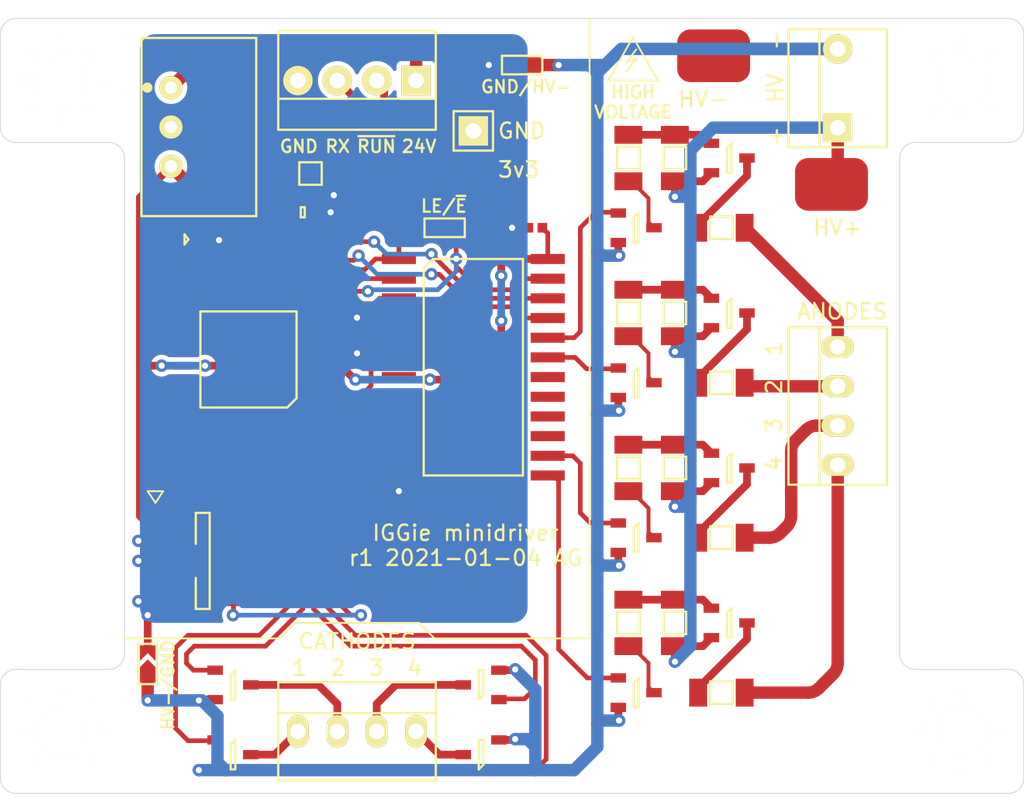
<source format=kicad_pcb>
(kicad_pcb (version 20201220) (generator pcbnew)
  (layers (0 "F.Cu" signal) (31 "B.Cu" signal) (34 "B.Paste" user) (35 "F.Paste" user) (36 "B.SilkS" user "B.Silkscreen") (37 "F.SilkS" user "F.Silkscreen") (38 "B.Mask" user) (39 "F.Mask" user) (44 "Edge.Cuts" user))
  (net 0 "")
  (net 1 "GND")
  (net 2 "24v")
  (net 3 "3v3")
  (net 4 "/nRST")
  (net 5 "no_connect_61")
  (net 6 "no_connect_60")
  (net 7 "no_connect_59")
  (net 8 "no_connect_57")
  (net 9 "no_connect_56")
  (net 10 "no_connect_55")
  (net 11 "no_connect_54")
  (net 12 "/SWCLK")
  (net 13 "/SWDIO")
  (net 14 "no_connect_53")
  (net 15 "/PSU_~RUN")
  (net 16 "/PSU_UART_TX")
  (net 17 "no_connect_52")
  (net 18 "/LE")
  (net 19 "/~E")
  (net 20 "no_connect_50")
  (net 21 "Net-(D1-Pad2)")
  (net 22 "/LED")
  (net 23 "/A3")
  (net 24 "/A2")
  (net 25 "/A1")
  (net 26 "/A0")
  (net 27 "/GK4")
  (net 28 "/GK3")
  (net 29 "/GK2")
  (net 30 "/GK1")
  (net 31 "no_connect_58")
  (net 32 "no_connect_51")
  (net 33 "no_connect_49")
  (net 34 "no_connect_69")
  (net 35 "no_connect_68")
  (net 36 "no_connect_67")
  (net 37 "no_connect_66")
  (net 38 "no_connect_65")
  (net 39 "no_connect_64")
  (net 40 "no_connect_63")
  (net 41 "no_connect_62")
  (net 42 "/GA1")
  (net 43 "/GA3")
  (net 44 "/GA2")
  (net 45 "/GA4")
  (net 46 "no_connect_73")
  (net 47 "no_connect_72")
  (net 48 "no_connect_71")
  (net 49 "no_connect_70")
  (net 50 "/HV-")
  (net 51 "no_connect_74")
  (net 52 "/HV+")
  (net 53 "Net-(J2-Pad3)")
  (net 54 "Net-(J2-Pad2)")
  (net 55 "/AN4")
  (net 56 "/AN3")
  (net 57 "/AN2")
  (net 58 "/AN1")
  (net 59 "/K4")
  (net 60 "/K3")
  (net 61 "/K2")
  (net 62 "/K1")
  (net 63 "no_connect_76")
  (net 64 "no_connect_77")
  (net 65 "Net-(Q1-Pad3)")
  (net 66 "Net-(Q2-Pad3)")
  (net 67 "Net-(Q3-Pad3)")
  (net 68 "Net-(Q3-Pad1)")
  (net 69 "Net-(Q5-Pad3)")
  (net 70 "Net-(Q5-Pad1)")
  (net 71 "Net-(Q7-Pad3)")
  (net 72 "Net-(Q8-Pad3)")
  (net 73 "Net-(Q9-Pad3)")
  (net 74 "Net-(Q9-Pad1)")
  (net 75 "Net-(Q11-Pad3)")
  (net 76 "Net-(Q11-Pad1)")
  (footprint "agg:SJ2" (layer "F.Cu") (at 120.5 113.5 180)
    (fp_text reference "J3")
    (fp_text value "SJ2")
  )
  (footprint "agg:1206" (layer "F.Cu") (at 132.5 139 90)
    (fp_text reference "R10")
    (fp_text value "1M")
  )
  (footprint "agg:1206" (layer "F.Cu") (at 135.5 139 -90)
    (fp_text reference "R12")
    (fp_text value "10k")
  )
  (footprint "agg:1206" (layer "F.Cu") (at 138.5 113.5)
    (fp_text reference "R7")
    (fp_text value "93k1")
  )
  (footprint "agg:MOLEX-KK-254P-03" (layer "F.Cu") (at 146 104.5 90)
    (fp_text reference "J1")
    (fp_text value "HV_IN")
  )
  (footprint "agg:SOT-23" (layer "F.Cu") (at 139 119)
    (fp_text reference "Q9")
    (fp_text value "PBHV9050T,215")
  )
  (footprint "agg:1206" (layer "F.Cu") (at 138.5 133.5)
    (fp_text reference "R8")
    (fp_text value "93k1")
  )
  (footprint "agg:0402" (layer "F.Cu") (at 114 119.8 90)
    (fp_text reference "C5")
    (fp_text value "100n")
  )
  (footprint "agg:SOT-23" (layer "F.Cu") (at 139 139)
    (fp_text reference "Q11")
    (fp_text value "PBHV9050T,215")
  )
  (footprint "agg:1206" (layer "F.Cu") (at 132.5 119 90)
    (fp_text reference "R9")
    (fp_text value "1M")
  )
  (footprint "agg:1206" (layer "F.Cu") (at 135.5 119 -90)
    (fp_text reference "R11")
    (fp_text value "10k")
  )
  (footprint "agg:0603-LED" (layer "F.Cu") (at 104 114.25 180)
    (fp_text reference "D1")
    (fp_text value "LED")
  )
  (footprint "agg:TSR1" (layer "F.Cu") (at 103 107 -90)
    (fp_text reference "IC1")
    (fp_text value "TSR1-2433")
  )
  (footprint "agg:0402" (layer "F.Cu") (at 114 122 90)
    (fp_text reference "C2")
    (fp_text value "100n")
  )
  (footprint "agg:M3_MOUNT" (layer "F.Cu") (at 96 146)
    (fp_text reference "X1" hide)
    (fp_text value "M3 MOUNT" hide)
  )
  (footprint "agg:SOT-23" (layer "F.Cu") (at 107 147.5)
    (fp_text reference "Q4")
    (fp_text value "DMN60H080DS-7")
  )
  (footprint "agg:KEYSTONE5016" (layer "F.Cu") (at 138 102.4)
    (fp_text reference "TP2")
    (fp_text value "TESTPAD")
  )
  (footprint "agg:0402" (layer "F.Cu") (at 126.5 113.5 180)
    (fp_text reference "C4")
    (fp_text value "100n")
  )
  (footprint "agg:SJ2" (layer "F.Cu") (at 101.5 141.5 90)
    (fp_text reference "J7")
    (fp_text value "SJ2")
  )
  (footprint "agg:M3_MOUNT" (layer "F.Cu") (at 154 104)
    (fp_text reference "X4" hide)
    (fp_text value "M3 MOUNT" hide)
  )
  (footprint "agg:MOLEX-KK-254P-04" (layer "F.Cu") (at 146 125 90)
    (fp_text reference "J4")
    (fp_text value "ANODES")
  )
  (footprint "agg:SOT-23" (layer "F.Cu") (at 133 133.5)
    (fp_text reference "Q2")
    (fp_text value "DMN60H080DS-7")
  )
  (footprint "agg:SOT-23" (layer "F.Cu") (at 133 123.5)
    (fp_text reference "Q7")
    (fp_text value "DMN60H080DS-7")
  )
  (footprint "agg:SJ2" (layer "F.Cu") (at 125.5 103 180)
    (fp_text reference "J6")
    (fp_text value "SJ2")
  )
  (footprint "agg:1206" (layer "F.Cu") (at 112 110)
    (fp_text reference "C1")
    (fp_text value "4µ7")
  )
  (footprint "agg:SOT-23" (layer "F.Cu") (at 123 143 180)
    (fp_text reference "Q6")
    (fp_text value "DMN60H080DS-7")
  )
  (footprint "agg:TESTPAD" (layer "F.Cu") (at 122.5 109.75)
    (fp_text reference "TP3" hide)
    (fp_text value "TESTPAD" hide)
  )
  (footprint "agg:SOT-23" (layer "F.Cu") (at 133 113.5)
    (fp_text reference "Q1")
    (fp_text value "DMN60H080DS-7")
  )
  (footprint "agg:LQFP-32" (layer "F.Cu") (at 108 122 180)
    (fp_text reference "IC2")
    (fp_text value "STM32G070KBT6")
  )
  (footprint "agg:1206" (layer "F.Cu") (at 135.5 109 -90)
    (fp_text reference "R5")
    (fp_text value "10k")
  )
  (footprint "agg:M3_MOUNT" (layer "F.Cu") (at 154 146)
    (fp_text reference "X3" hide)
    (fp_text value "M3 MOUNT" hide)
  )
  (footprint "agg:MOLEX-KK-254P-04" (layer "F.Cu") (at 115 104 180)
    (fp_text reference "J2")
    (fp_text value "HV_PSU")
  )
  (footprint "agg:1206" (layer "F.Cu") (at 132.5 109 90)
    (fp_text reference "R3")
    (fp_text value "1M")
  )
  (footprint "agg:0402" (layer "F.Cu") (at 116.75 110 -90)
    (fp_text reference "R1")
    (fp_text value "100")
  )
  (footprint "agg:SIL-254P-01" (layer "F.Cu") (at 122.5 107.25)
    (fp_text reference "TP4")
    (fp_text value "TESTPAD")
  )
  (footprint "agg:FTSH-105-01-L-DV-K" (layer "F.Cu") (at 105 135 -90)
    (fp_text reference "P1")
    (fp_text value "SWD")
  )
  (footprint "agg:SOT-23" (layer "F.Cu") (at 139 109)
    (fp_text reference "Q3")
    (fp_text value "PBHV9050T,215")
  )
  (footprint "agg:SOT-23" (layer "F.Cu") (at 123 147.5 180)
    (fp_text reference "Q12")
    (fp_text value "DMN60H080DS-7")
  )
  (footprint "agg:KEYSTONE5016" (layer "F.Cu") (at 145.6 110.7 180)
    (fp_text reference "TP1")
    (fp_text value "TESTPAD")
  )
  (footprint "agg:MOLEX-KK-254P-04" (layer "F.Cu") (at 115 146)
    (fp_text reference "J5")
    (fp_text value "CATHODES")
  )
  (footprint "agg:1206" (layer "F.Cu") (at 138.5 143.5)
    (fp_text reference "R14")
    (fp_text value "93k1")
  )
  (footprint "agg:0402" (layer "F.Cu") (at 104 115.9 180)
    (fp_text reference "R15")
    (fp_text value "1k")
  )
  (footprint "agg:SOT-23" (layer "F.Cu") (at 107 143)
    (fp_text reference "Q10")
    (fp_text value "DMN60H080DS-7")
  )
  (footprint "agg:1206" (layer "F.Cu") (at 135.5 129 -90)
    (fp_text reference "R6")
    (fp_text value "10k")
  )
  (footprint "agg:1206" (layer "F.Cu") (at 138.5 123.5)
    (fp_text reference "R13")
    (fp_text value "93k1")
  )
  (footprint "agg:SOT-23" (layer "F.Cu") (at 139 129)
    (fp_text reference "Q5")
    (fp_text value "PBHV9050T,215")
  )
  (footprint "agg:SOT-23" (layer "F.Cu") (at 133 143.5)
    (fp_text reference "Q8")
    (fp_text value "DMN60H080DS-7")
  )
  (footprint "agg:SOIC-24-W" (layer "F.Cu") (at 122.5 122.5)
    (fp_text reference "IC3")
    (fp_text value "74HC4514")
  )
  (footprint "agg:0603" (layer "F.Cu") (at 111.5 112.5)
    (fp_text reference "C3")
    (fp_text value "10µ")
  )
  (footprint "agg:1206" (layer "F.Cu") (at 132.5 129 90)
    (fp_text reference "R4")
    (fp_text value "1M")
  )
  (footprint "agg:0402" (layer "F.Cu") (at 115.25 110 -90)
    (fp_text reference "R2")
    (fp_text value "100")
  )
  (footprint "agg:M3_MOUNT" (layer "F.Cu") (at 96 104)
    (fp_text reference "X2" hide)
    (fp_text value "M3 MOUNT" hide)
  )
  (gr_line (start 134.4 104) (end 132.8 101.2) (layer "F.SilkS") (width 0.12))
  (gr_line (start 130 100) (end 130 140) (layer "F.SilkS") (width 0.12))
  (gr_line (start 110 140) (end 100 140) (layer "F.SilkS") (width 0.12))
  (gr_line (start 102 131.25) (end 101.5 130.5) (layer "F.SilkS") (width 0.12))
  (gr_line (start 111 139) (end 119 139) (layer "F.SilkS") (width 0.12))
  (gr_line (start 132.4 102.8) (end 133 102.6) (layer "F.SilkS") (width 0.12))
  (gr_line (start 102.5 130.5) (end 102 131.25) (layer "F.SilkS") (width 0.12))
  (gr_line (start 133 102) (end 132.4 102.8) (layer "F.SilkS") (width 0.12))
  (gr_line (start 130 140) (end 120 140) (layer "F.SilkS") (width 0.12))
  (gr_line (start 132.8 101.2) (end 131.2 104) (layer "F.SilkS") (width 0.12))
  (gr_line (start 131.2 104) (end 134.4 104) (layer "F.SilkS") (width 0.12))
  (gr_line (start 101.5 130.5) (end 102.5 130.5) (layer "F.SilkS") (width 0.12))
  (gr_line (start 110 140) (end 111 139) (layer "F.SilkS") (width 0.12))
  (gr_line (start 133 102.6) (end 132.4 103.4) (layer "F.SilkS") (width 0.12))
  (gr_line (start 119 139) (end 120 140) (layer "F.SilkS") (width 0.12))
  (gr_arc (start 99 109) (end 99 108) (angle 90) (layer "Edge.Cuts") (width 0.05))
  (gr_line (start 93 142) (end 99 142) (layer "Edge.Cuts") (width 0.05))
  (gr_arc (start 93 143) (end 92 143) (angle 90) (layer "Edge.Cuts") (width 0.05))
  (gr_line (start 92 149) (end 92 143) (layer "Edge.Cuts") (width 0.05))
  (gr_line (start 151 142) (end 157 142) (layer "Edge.Cuts") (width 0.05))
  (gr_arc (start 157 101) (end 157 100) (angle 90) (layer "Edge.Cuts") (width 0.05))
  (gr_line (start 150 141) (end 150 109) (layer "Edge.Cuts") (width 0.05))
  (gr_arc (start 151 141) (end 150 141) (angle -90) (layer "Edge.Cuts") (width 0.05))
  (gr_line (start 92 101) (end 92 107) (layer "Edge.Cuts") (width 0.05))
  (gr_arc (start 93 101) (end 92 101) (angle 90) (layer "Edge.Cuts") (width 0.05))
  (gr_arc (start 157 107) (end 158 107) (angle 90) (layer "Edge.Cuts") (width 0.05))
  (gr_line (start 158 107) (end 158 101) (layer "Edge.Cuts") (width 0.05))
  (gr_line (start 158 143) (end 158 149) (layer "Edge.Cuts") (width 0.05))
  (gr_line (start 93 150) (end 157 150) (layer "Edge.Cuts") (width 0.05))
  (gr_arc (start 93 107) (end 93 108) (angle 90) (layer "Edge.Cuts") (width 0.05))
  (gr_line (start 157 100) (end 93 100) (layer "Edge.Cuts") (width 0.05))
  (gr_arc (start 157 143) (end 157 142) (angle 90) (layer "Edge.Cuts") (width 0.05))
  (gr_arc (start 93 149) (end 93 150) (angle 90) (layer "Edge.Cuts") (width 0.05))
  (gr_arc (start 151 109) (end 151 108) (angle -90) (layer "Edge.Cuts") (width 0.05))
  (gr_arc (start 157 149) (end 158 149) (angle 90) (layer "Edge.Cuts") (width 0.05))
  (gr_line (start 93 108) (end 99 108) (layer "Edge.Cuts") (width 0.05))
  (gr_arc (start 99 141) (end 99 142) (angle -90) (layer "Edge.Cuts") (width 0.05))
  (gr_line (start 151 108) (end 157 108) (layer "Edge.Cuts") (width 0.05))
  (gr_line (start 100 109) (end 100 141) (layer "Edge.Cuts") (width 0.05))
  (gr_text "~RUN" (at 116.25 108.25) (layer "F.SilkS") (effects (font (size 0.8 0.8))))
  (gr_text "1  2  3  4" (at 115 141.9) (layer "F.SilkS") (effects (font (size 1 1))))
  (gr_text "4  3  2  1" (at 141.9 125 90) (layer "F.SilkS") (effects (font (size 1 1))))
  (gr_text "GND/HV-" (at 125.9 104.4) (layer "F.SilkS") (effects (font (size 0.8 0.8))))
  (gr_text "ANODES" (at 146.3 118.9) (layer "F.SilkS") (effects (font (size 1 1))))
  (gr_text "CATHODES" (at 115 140.2) (layer "F.SilkS") (effects (font (size 1 1))))
  (gr_text "HV+" (at 146 113.5) (layer "F.SilkS") (effects (font (size 1 1))))
  (gr_text "HV-/GND" (at 102.8 143 90) (layer "F.SilkS") (effects (font (size 0.8 0.8))))
  (gr_text "IGGie minidriver\nr1 2021-01-04 AG" (at 122 134) (layer "F.SilkS") (effects (font (size 1 1))))
  (gr_text "RX" (at 113.75 108.25) (layer "F.SilkS") (effects (font (size 0.8 0.8))))
  (gr_text "3v3" (at 124 109.75) (layer "F.SilkS") (effects (font (size 1 1)) (justify left)))
  (gr_text "HV-" (at 137.3 105.2) (layer "F.SilkS") (effects (font (size 1 1))))
  (gr_text "HIGH\nVOLTAGE" (at 132.8 105.4) (layer "F.SilkS") (effects (font (size 0.8 0.8))))
  (gr_text "GND" (at 124 107.25) (layer "F.SilkS") (effects (font (size 1 1)) (justify left)))
  (gr_text "24V" (at 119 108.25) (layer "F.SilkS") (effects (font (size 0.8 0.8))))
  (gr_text "+  HV  -" (at 142 104.5 90) (layer "F.SilkS") (effects (font (size 1 1))))
  (gr_text "GND" (at 111.25 108.25) (layer "F.SilkS") (effects (font (size 0.8 0.8))))
  (gr_text "LE/~E" (at 120.6 112.1) (layer "F.SilkS") (effects (font (size 0.8 0.8))))
  (segment (start 102.905 137.6) (end 100.9 137.6) (width 0.3) (layer "F.Cu") (net 1))
  (segment (start 114.95 119.35) (end 115 119.3) (width 0.3) (layer "F.Cu") (net 1))
  (segment (start 117.7 129.485) (end 117.7 130.5) (width 0.3) (layer "F.Cu") (net 1))
  (segment (start 100.93 133.73) (end 100.9 133.7) (width 0.3) (layer "F.Cu") (net 1))
  (segment (start 102.965 135) (end 100.9 135) (width 0.3) (layer "F.Cu") (net 1))
  (segment (start 113.5 110) (end 113.5 111.4) (width 0.8) (layer "F.Cu") (net 1))
  (segment (start 112.2 121.6) (end 113.95 121.6) (width 0.5) (layer "F.Cu") (net 1))
  (segment (start 104.8 114.25) (end 106.05 114.25) (width 0.3) (layer "F.Cu") (net 1))
  (segment (start 102.965 137.54) (end 102.905 137.6) (width 0.3) (layer "F.Cu") (net 1))
  (segment (start 101.5 140.65) (end 101.5 138.5) (width 0.5) (layer "F.Cu") (net 1))
  (segment (start 124.65 103) (end 123.5 103) (width 0.5) (layer "F.Cu") (net 1))
  (segment (start 112.3 112.5) (end 113.3 112.5) (width 0.8) (layer "F.Cu") (net 1))
  (segment (start 106.05 114.25) (end 106.1 114.3) (width 0.3) (layer "F.Cu") (net 1))
  (segment (start 113.95 121.6) (end 114 121.55) (width 0.3) (layer "F.Cu") (net 1))
  (segment (start 102.965 133.73) (end 100.93 133.73) (width 0.3) (layer "F.Cu") (net 1))
  (segment (start 114.95 121.55) (end 115 121.6) (width 0.3) (layer "F.Cu") (net 1))
  (segment (start 114 121.55) (end 114.95 121.55) (width 0.5) (layer "F.Cu") (net 1))
  (segment (start 114 119.35) (end 114.95 119.35) (width 0.5) (layer "F.Cu") (net 1))
  (segment (start 126.05 113.5) (end 125 113.5) (width 0.3) (layer "F.Cu") (net 1))
  (via (at 113.3 112.5) (size 0.8) (drill 0.4) (layers "F.Cu" "B.Cu") (net 1))
  (via (at 100.9 135) (size 0.8) (drill 0.4) (layers "F.Cu" "B.Cu") (net 1))
  (via (at 106.1 114.3) (size 0.8) (drill 0.4) (layers "F.Cu" "B.Cu") (net 1))
  (via (at 100.9 133.7) (size 0.8) (drill 0.4) (layers "F.Cu" "B.Cu") (net 1))
  (via (at 113.5 111.4) (size 0.8) (drill 0.4) (layers "F.Cu" "B.Cu") (net 1))
  (via (at 115 119.3) (size 0.8) (drill 0.4) (layers "F.Cu" "B.Cu") (net 1))
  (via (at 123.5 103) (size 0.8) (drill 0.4) (layers "F.Cu" "B.Cu") (net 1))
  (via (at 125 113.5) (size 0.8) (drill 0.4) (layers "F.Cu" "B.Cu") (net 1))
  (via (at 100.9 137.6) (size 0.8) (drill 0.4) (layers "F.Cu" "B.Cu") (net 1))
  (via (at 117.7 130.5) (size 0.8) (drill 0.4) (layers "F.Cu" "B.Cu") (net 1))
  (via (at 101.5 138.5) (size 0.8) (drill 0.4) (layers "F.Cu" "B.Cu") (net 1))
  (via (at 115 121.6) (size 0.8) (drill 0.4) (layers "F.Cu" "B.Cu") (net 1))
  (segment (start 108.75 102) (end 109.05 101.7) (width 0.8) (layer "F.Cu") (net 2))
  (segment (start 109.05 101.7) (end 105.76 101.7) (width 0.8) (layer "F.Cu") (net 2))
  (segment (start 118.81 102.31) (end 118.2 101.7) (width 0.8) (layer "F.Cu") (net 2))
  (segment (start 108.75 105.75) (end 108.75 102) (width 0.8) (layer "F.Cu") (net 2))
  (segment (start 105.76 101.7) (end 103 104.46) (width 0.8) (layer "F.Cu") (net 2))
  (segment (start 118.81 104) (end 118.81 102.31) (width 0.8) (layer "F.Cu") (net 2))
  (segment (start 118.2 101.7) (end 109.05 101.7) (width 0.8) (layer "F.Cu") (net 2))
  (segment (start 110.5 110) (end 110.5 107.5) (width 0.8) (layer "F.Cu") (net 2))
  (segment (start 110.5 107.5) (end 108.75 105.75) (width 0.8) (layer "F.Cu") (net 2))
  (segment (start 114 122.45) (end 114.85 123.3) (width 0.5) (layer "F.Cu") (net 3))
  (segment (start 122.2 123.3) (end 124.3 121.2) (width 0.5) (layer "F.Cu") (net 3))
  (segment (start 114.85 123.3) (end 114.9 123.3) (width 0.5) (layer "F.Cu") (net 3))
  (segment (start 119.7 123.3) (end 122.2 123.3) (width 0.5) (layer "F.Cu") (net 3))
  (segment (start 123.75 115.35) (end 124.3 115.9) (width 0.3) (layer "F.Cu") (net 3))
  (segment (start 123.75 111) (end 123.75 115.35) (width 0.3) (layer "F.Cu") (net 3))
  (segment (start 124.3 115.9) (end 124.3 116.6) (width 0.5) (layer "F.Cu") (net 3))
  (segment (start 112.2 122.4) (end 105.2 122.4) (width 0.5) (layer "F.Cu") (net 3))
  (segment (start 102.4 122.4) (end 101.1 122.4) (width 0.5) (layer "F.Cu") (net 3))
  (segment (start 102.965 132.46) (end 101.36 132.46) (width 0.5) (layer "F.Cu") (net 3))
  (segment (start 124.3 121.2) (end 124.3 119.5) (width 0.5) (layer "F.Cu") (net 3))
  (segment (start 122.5 109.75) (end 123.75 111) (width 0.3) (layer "F.Cu") (net 3))
  (segment (start 113.95 122.4) (end 114 122.45) (width 0.3) (layer "F.Cu") (net 3))
  (segment (start 127.3 113.85) (end 127.3 115.515) (width 0.3) (layer "F.Cu") (net 3))
  (segment (start 124.685 115.515) (end 124.3 115.9) (width 0.5) (layer "F.Cu") (net 3))
  (segment (start 101 122.3) (end 101 111.54) (width 0.5) (layer "F.Cu") (net 3))
  (segment (start 101 111.54) (end 103 109.54) (width 0.5) (layer "F.Cu") (net 3))
  (segment (start 101.1 122.4) (end 101 122.3) (width 0.3) (layer "F.Cu") (net 3))
  (segment (start 127.3 115.515) (end 124.685 115.515) (width 0.5) (layer "F.Cu") (net 3))
  (segment (start 105.96 112.5) (end 103 109.54) (width 0.8) (layer "F.Cu") (net 3))
  (segment (start 126.95 113.5) (end 127.3 113.85) (width 0.3) (layer "F.Cu") (net 3))
  (segment (start 110.7 112.5) (end 105.96 112.5) (width 0.8) (layer "F.Cu") (net 3))
  (segment (start 101 132.1) (end 101 122.3) (width 0.5) (layer "F.Cu") (net 3))
  (segment (start 101.36 132.46) (end 101 132.1) (width 0.5) (layer "F.Cu") (net 3))
  (segment (start 112.2 122.4) (end 113.95 122.4) (width 0.5) (layer "F.Cu") (net 3))
  (via (at 102.4 122.4) (size 0.8) (drill 0.4) (layers "F.Cu" "B.Cu") (net 3))
  (via (at 124.3 119.5) (size 0.8) (drill 0.4) (layers "F.Cu" "B.Cu") (net 3))
  (via (at 124.3 116.6) (size 0.8) (drill 0.4) (layers "F.Cu" "B.Cu") (net 3))
  (via (at 119.7 123.3) (size 0.8) (drill 0.4) (layers "F.Cu" "B.Cu") (net 3))
  (via (at 114.9 123.3) (size 0.8) (drill 0.4) (layers "F.Cu" "B.Cu") (net 3))
  (via (at 105.2 122.4) (size 0.8) (drill 0.4) (layers "F.Cu" "B.Cu") (net 3))
  (segment (start 114.9 123.3) (end 119.7 123.3) (width 0.5) (layer "B.Cu") (net 3))
  (segment (start 124.3 119.5) (end 124.3 116.6) (width 0.5) (layer "B.Cu") (net 3))
  (segment (start 105.2 122.4) (end 102.4 122.4) (width 0.5) (layer "B.Cu") (net 3))
  (segment (start 113.6 137.5) (end 113.6 126) (width 0.3) (layer "F.Cu") (net 4))
  (segment (start 115.9 123.7) (end 115.9 120.9) (width 0.3) (layer "F.Cu") (net 4))
  (segment (start 115.9 120.9) (end 115.25 120.25) (width 0.3) (layer "F.Cu") (net 4))
  (segment (start 113.45 120.8) (end 114 120.25) (width 0.3) (layer "F.Cu") (net 4))
  (segment (start 107.035 137.54) (end 107.035 138.465) (width 0.3) (layer "F.Cu") (net 4))
  (segment (start 113.6 126) (end 115.9 123.7) (width 0.3) (layer "F.Cu") (net 4))
  (segment (start 115.25 138.5) (end 114.6 138.5) (width 0.3) (layer "F.Cu") (net 4))
  (segment (start 107.035 138.465) (end 107 138.5) (width 0.3) (layer "F.Cu") (net 4))
  (segment (start 115.25 120.25) (end 114 120.25) (width 0.3) (layer "F.Cu") (net 4))
  (segment (start 114.6 138.5) (end 113.6 137.5) (width 0.3) (layer "F.Cu") (net 4))
  (segment (start 112.2 120.8) (end 113.45 120.8) (width 0.3) (layer "F.Cu") (net 4))
  (via (at 115.25 138.5) (size 0.8) (drill 0.4) (layers "F.Cu" "B.Cu") (net 4))
  (via (at 107 138.5) (size 0.8) (drill 0.4) (layers "F.Cu" "B.Cu") (net 4))
  (segment (start 107 138.5) (end 115.25 138.5) (width 0.3) (layer "B.Cu") (net 4))
  (segment (start 105.2 129) (end 106.8 130.6) (width 0.3) (layer "F.Cu") (net 12))
  (segment (start 109.1 130.6) (end 109.7 131.2) (width 0.3) (layer "F.Cu") (net 12))
  (segment (start 109.7 131.2) (end 109.7 133) (width 0.3) (layer "F.Cu") (net 12))
  (segment (start 109.7 133) (end 108.97 133.73) (width 0.3) (layer "F.Cu") (net 12))
  (segment (start 106.8 130.6) (end 109.1 130.6) (width 0.3) (layer "F.Cu") (net 12))
  (segment (start 108.97 133.73) (end 107.035 133.73) (width 0.3) (layer "F.Cu") (net 12))
  (segment (start 105.2 126.2) (end 105.2 129) (width 0.3) (layer "F.Cu") (net 12))
  (segment (start 109 131.5) (end 108.8 131.3) (width 0.3) (layer "F.Cu") (net 13))
  (segment (start 109 132.2) (end 109 131.5) (width 0.3) (layer "F.Cu") (net 13))
  (segment (start 108.74 132.46) (end 109 132.2) (width 0.3) (layer "F.Cu") (net 13))
  (segment (start 106.5 131.3) (end 103.8 128.6) (width 0.3) (layer "F.Cu") (net 13))
  (segment (start 103.8 128.6) (end 103.8 124.8) (width 0.3) (layer "F.Cu") (net 13))
  (segment (start 107.035 132.46) (end 108.74 132.46) (width 0.3) (layer "F.Cu") (net 13))
  (segment (start 108.8 131.3) (end 106.5 131.3) (width 0.3) (layer "F.Cu") (net 13))
  (segment (start 109.4 114.3) (end 113.9 114.3) (width 0.3) (layer "F.Cu") (net 15))
  (segment (start 113.9 114.3) (end 116.75 111.45) (width 0.3) (layer "F.Cu") (net 15))
  (segment (start 106.8 116.9) (end 109.4 114.3) (width 0.3) (layer "F.Cu") (net 15))
  (segment (start 106.8 117.8) (end 106.8 116.9) (width 0.3) (layer "F.Cu") (net 15))
  (segment (start 116.75 111.45) (end 116.75 110.45) (width 0.3) (layer "F.Cu") (net 15))
  (segment (start 113.7 113.7) (end 115.25 112.15) (width 0.3) (layer "F.Cu") (net 16))
  (segment (start 115.25 112.15) (end 115.25 110.45) (width 0.3) (layer "F.Cu") (net 16))
  (segment (start 106 116.9) (end 109.2 113.7) (width 0.3) (layer "F.Cu") (net 16))
  (segment (start 109.2 113.7) (end 113.7 113.7) (width 0.3) (layer "F.Cu") (net 16))
  (segment (start 106 117.8) (end 106 116.9) (width 0.3) (layer "F.Cu") (net 16))
  (segment (start 117.7 113.9) (end 117.7 115.515) (width 0.3) (layer "F.Cu") (net 18))
  (segment (start 118.1 113.5) (end 117.7 113.9) (width 0.3) (layer "F.Cu") (net 18))
  (segment (start 115.5 116.2) (end 116.185 115.515) (width 0.3) (layer "F.Cu") (net 18))
  (segment (start 110.5 116.2) (end 115.5 116.2) (width 0.3) (layer "F.Cu") (net 18))
  (segment (start 110 117.8) (end 110 116.7) (width 0.3) (layer "F.Cu") (net 18))
  (segment (start 110 116.7) (end 110.5 116.2) (width 0.3) (layer "F.Cu") (net 18))
  (segment (start 119.65 113.5) (end 118.1 113.5) (width 0.3) (layer "F.Cu") (net 18))
  (segment (start 116.185 115.515) (end 117.7 115.515) (width 0.3) (layer "F.Cu") (net 18))
  (segment (start 125.815 116.785) (end 127.3 116.785) (width 0.3) (layer "F.Cu") (net 19))
  (segment (start 112.4 117.6) (end 110 120) (width 0.3) (layer "F.Cu") (net 19))
  (segment (start 115.7 117.6) (end 112.4 117.6) (width 0.3) (layer "F.Cu") (net 19))
  (segment (start 125.1 117.5) (end 125.815 116.785) (width 0.3) (layer "F.Cu") (net 19))
  (segment (start 110 120) (end 103.8 120) (width 0.3) (layer "F.Cu") (net 19))
  (segment (start 121.35 113.5) (end 121.4 113.55) (width 0.3) (layer "F.Cu") (net 19))
  (segment (start 121.4 116) (end 122.9 117.5) (width 0.3) (layer "F.Cu") (net 19))
  (segment (start 122.9 117.5) (end 125.1 117.5) (width 0.3) (layer "F.Cu") (net 19))
  (segment (start 121.4 113.55) (end 121.4 115.5) (width 0.3) (layer "F.Cu") (net 19))
  (segment (start 121.4 115.5) (end 121.4 116) (width 0.3) (layer "F.Cu") (net 19))
  (via (at 115.7 117.6) (size 0.8) (drill 0.4) (layers "F.Cu" "B.Cu") (net 19))
  (via (at 121.4 115.5) (size 0.8) (drill 0.4) (layers "F.Cu" "B.Cu") (net 19))
  (segment (start 120.2 117.5) (end 118.9 117.5) (width 0.3) (layer "B.Cu") (net 19))
  (segment (start 115.8 117.5) (end 115.7 117.6) (width 0.3) (layer "B.Cu") (net 19))
  (segment (start 120.4 117.3) (end 120.2 117.5) (width 0.3) (layer "B.Cu") (net 19))
  (segment (start 121.4 115.5) (end 121.4 116.3) (width 0.3) (layer "B.Cu") (net 19))
  (segment (start 118.9 117.5) (end 115.8 117.5) (width 0.3) (layer "B.Cu") (net 19))
  (segment (start 121.4 116.3) (end 120.4 117.3) (width 0.3) (layer "B.Cu") (net 19))
  (segment (start 103.2 114.25) (end 103.2 115.55) (width 0.3) (layer "F.Cu") (net 21))
  (segment (start 103.2 115.55) (end 103.55 115.9) (width 0.3) (layer "F.Cu") (net 21))
  (segment (start 104.65 115.9) (end 104.45 115.9) (width 0.3) (layer "F.Cu") (net 22))
  (segment (start 105.2 117.8) (end 105.2 116.45) (width 0.3) (layer "F.Cu") (net 22))
  (segment (start 105.2 116.45) (end 104.65 115.9) (width 0.3) (layer "F.Cu") (net 22))
  (segment (start 109.7 114.9) (end 114.2 114.9) (width 0.3) (layer "F.Cu") (net 23))
  (segment (start 127.3 118.055) (end 122.655 118.055) (width 0.3) (layer "F.Cu") (net 23))
  (segment (start 108.4 116.2) (end 109.7 114.9) (width 0.3) (layer "F.Cu") (net 23))
  (segment (start 108.4 117.8) (end 108.4 116.2) (width 0.3) (layer "F.Cu") (net 23))
  (segment (start 114.2 114.9) (end 114.7 114.4) (width 0.3) (layer "F.Cu") (net 23))
  (segment (start 122.655 118.055) (end 119.8 115.2) (width 0.3) (layer "F.Cu") (net 23))
  (segment (start 114.7 114.4) (end 116.1 114.4) (width 0.3) (layer "F.Cu") (net 23))
  (via (at 119.8 115.2) (size 0.8) (drill 0.4) (layers "F.Cu" "B.Cu") (net 23))
  (via (at 116.1 114.4) (size 0.8) (drill 0.4) (layers "F.Cu" "B.Cu") (net 23))
  (segment (start 116.9 115.2) (end 116.1 114.4) (width 0.3) (layer "B.Cu") (net 23))
  (segment (start 119.8 115.2) (end 116.9 115.2) (width 0.3) (layer "B.Cu") (net 23))
  (segment (start 109.2 116.4) (end 110 115.6) (width 0.3) (layer "F.Cu") (net 24))
  (segment (start 114.8 115.6) (end 115.1 115.3) (width 0.3) (layer "F.Cu") (net 24))
  (segment (start 110 115.6) (end 114.8 115.6) (width 0.3) (layer "F.Cu") (net 24))
  (segment (start 125.2 118.6) (end 125.925 119.325) (width 0.3) (layer "F.Cu") (net 24))
  (segment (start 120.3 116.5) (end 122.4 118.6) (width 0.3) (layer "F.Cu") (net 24))
  (segment (start 119.8 116.5) (end 120.3 116.5) (width 0.3) (layer "F.Cu") (net 24))
  (segment (start 122.4 118.6) (end 125.2 118.6) (width 0.3) (layer "F.Cu") (net 24))
  (segment (start 109.2 117.8) (end 109.2 116.4) (width 0.3) (layer "F.Cu") (net 24))
  (segment (start 125.925 119.325) (end 127.3 119.325) (width 0.3) (layer "F.Cu") (net 24))
  (via (at 115.1 115.3) (size 0.8) (drill 0.4) (layers "F.Cu" "B.Cu") (net 24))
  (via (at 119.8 116.5) (size 0.8) (drill 0.4) (layers "F.Cu" "B.Cu") (net 24))
  (segment (start 119.8 116.5) (end 116.3 116.5) (width 0.3) (layer "B.Cu") (net 24))
  (segment (start 116.3 116.5) (end 115.1 115.3) (width 0.3) (layer "B.Cu") (net 24))
  (segment (start 112.2 119.2) (end 112.7 119.2) (width 0.3) (layer "F.Cu") (net 25))
  (segment (start 112.7 119.2) (end 113.5 118.4) (width 0.3) (layer "F.Cu") (net 25))
  (segment (start 113.5 118.4) (end 116.1 118.4) (width 0.3) (layer "F.Cu") (net 25))
  (segment (start 116.1 118.4) (end 116.445 118.055) (width 0.3) (layer "F.Cu") (net 25))
  (segment (start 116.445 118.055) (end 117.7 118.055) (width 0.3) (layer "F.Cu") (net 25))
  (segment (start 117.7 116.785) (end 111.015 116.785) (width 0.3) (layer "F.Cu") (net 26))
  (segment (start 111.015 116.785) (end 110.8 117) (width 0.3) (layer "F.Cu") (net 26))
  (segment (start 110.8 117) (end 110.8 117.8) (width 0.3) (layer "F.Cu") (net 26))
  (segment (start 114.9 139.8) (end 125.9 139.8) (width 0.3) (layer "F.Cu") (net 27))
  (segment (start 127.2 147.8) (end 126.55 148.45) (width 0.3) (layer "F.Cu") (net 27))
  (segment (start 110.8 127.4) (end 112.9 129.5) (width 0.3) (layer "F.Cu") (net 27))
  (segment (start 126.55 148.45) (end 124.15 148.45) (width 0.3) (layer "F.Cu") (net 27))
  (segment (start 110.8 126.2) (end 110.8 127.4) (width 0.3) (layer "F.Cu") (net 27))
  (segment (start 112.9 129.5) (end 112.9 137.8) (width 0.3) (layer "F.Cu") (net 27))
  (segment (start 112.9 137.8) (end 114.9 139.8) (width 0.3) (layer "F.Cu") (net 27))
  (segment (start 125.9 139.8) (end 127.2 141.1) (width 0.3) (layer "F.Cu") (net 27))
  (segment (start 127.2 141.1) (end 127.2 147.8) (width 0.3) (layer "F.Cu") (net 27))
  (segment (start 124.2 143.9) (end 124.15 143.95) (width 0.3) (layer "F.Cu") (net 28))
  (segment (start 114.6 140.5) (end 125.6 140.5) (width 0.3) (layer "F.Cu") (net 28))
  (segment (start 110 127.7) (end 112.2 129.9) (width 0.3) (layer "F.Cu") (net 28))
  (segment (start 112.2 129.9) (end 112.2 138.1) (width 0.3) (layer "F.Cu") (net 28))
  (segment (start 125.8 143.9) (end 124.2 143.9) (width 0.3) (layer "F.Cu") (net 28))
  (segment (start 126.5 143.2) (end 125.8 143.9) (width 0.3) (layer "F.Cu") (net 28))
  (segment (start 126.5 141.4) (end 126.5 143.2) (width 0.3) (layer "F.Cu") (net 28))
  (segment (start 125.6 140.5) (end 126.5 141.4) (width 0.3) (layer "F.Cu") (net 28))
  (segment (start 110 126.2) (end 110 127.7) (width 0.3) (layer "F.Cu") (net 28))
  (segment (start 112.2 138.1) (end 114.6 140.5) (width 0.3) (layer "F.Cu") (net 28))
  (segment (start 109.2 126.2) (end 109.2 128) (width 0.3) (layer "F.Cu") (net 29))
  (segment (start 109.2 128) (end 111.5 130.3) (width 0.3) (layer "F.Cu") (net 29))
  (segment (start 104 141.6) (end 104.45 142.05) (width 0.3) (layer "F.Cu") (net 29))
  (segment (start 104.45 142.05) (end 105.85 142.05) (width 0.3) (layer "F.Cu") (net 29))
  (segment (start 104.5 140.5) (end 104 141) (width 0.3) (layer "F.Cu") (net 29))
  (segment (start 111.5 138.1) (end 109.1 140.5) (width 0.3) (layer "F.Cu") (net 29))
  (segment (start 109.1 140.5) (end 104.5 140.5) (width 0.3) (layer "F.Cu") (net 29))
  (segment (start 104 141) (end 104 141.6) (width 0.3) (layer "F.Cu") (net 29))
  (segment (start 111.5 130.3) (end 111.5 138.1) (width 0.3) (layer "F.Cu") (net 29))
  (segment (start 108.4 128.2) (end 110.8 130.6) (width 0.3) (layer "F.Cu") (net 30))
  (segment (start 110.8 130.6) (end 110.8 137.7) (width 0.3) (layer "F.Cu") (net 30))
  (segment (start 103.3 140.6) (end 103.3 145.8) (width 0.3) (layer "F.Cu") (net 30))
  (segment (start 104.1 146.6) (end 105.8 146.6) (width 0.3) (layer "F.Cu") (net 30))
  (segment (start 103.3 145.8) (end 104.1 146.6) (width 0.3) (layer "F.Cu") (net 30))
  (segment (start 104.1 139.8) (end 103.3 140.6) (width 0.3) (layer "F.Cu") (net 30))
  (segment (start 108.7 139.8) (end 104.1 139.8) (width 0.3) (layer "F.Cu") (net 30))
  (segment (start 105.8 146.6) (end 105.85 146.55) (width 0.3) (layer "F.Cu") (net 30))
  (segment (start 108.4 126.2) (end 108.4 128.2) (width 0.3) (layer "F.Cu") (net 30))
  (segment (start 110.8 137.7) (end 108.7 139.8) (width 0.3) (layer "F.Cu") (net 30))
  (segment (start 129.4 113.5) (end 130.4 112.5) (width 0.3) (layer "F.Cu") (net 42))
  (segment (start 127.3 120.595) (end 129.005 120.595) (width 0.3) (layer "F.Cu") (net 42))
  (segment (start 129.005 120.595) (end 129.4 120.2) (width 0.3) (layer "F.Cu") (net 42))
  (segment (start 131.8 112.5) (end 131.85 112.55) (width 0.3) (layer "F.Cu") (net 42))
  (segment (start 129.4 120.2) (end 129.4 113.5) (width 0.3) (layer "F.Cu") (net 42))
  (segment (start 130.4 112.5) (end 131.8 112.5) (width 0.3) (layer "F.Cu") (net 42))
  (segment (start 129.4 128.7) (end 129.4 131.9) (width 0.3) (layer "F.Cu") (net 43))
  (segment (start 128.915 128.215) (end 129.4 128.7) (width 0.3) (layer "F.Cu") (net 43))
  (segment (start 130.05 132.55) (end 131.85 132.55) (width 0.3) (layer "F.Cu") (net 43))
  (segment (start 129.4 131.9) (end 130.05 132.55) (width 0.3) (layer "F.Cu") (net 43))
  (segment (start 127.3 128.215) (end 128.915 128.215) (width 0.3) (layer "F.Cu") (net 43))
  (segment (start 131.8 122.6) (end 131.85 122.55) (width 0.3) (layer "F.Cu") (net 44))
  (segment (start 129.065 121.865) (end 129.8 122.6) (width 0.3) (layer "F.Cu") (net 44))
  (segment (start 127.3 121.865) (end 129.065 121.865) (width 0.3) (layer "F.Cu") (net 44))
  (segment (start 129.8 122.6) (end 131.8 122.6) (width 0.3) (layer "F.Cu") (net 44))
  (segment (start 128 129.8) (end 127.685 129.485) (width 0.3) (layer "F.Cu") (net 45))
  (segment (start 129.85 142.55) (end 128 140.7) (width 0.3) (layer "F.Cu") (net 45))
  (segment (start 127.685 129.485) (end 127.3 129.485) (width 0.3) (layer "F.Cu") (net 45))
  (segment (start 131.85 142.55) (end 129.85 142.55) (width 0.3) (layer "F.Cu") (net 45))
  (segment (start 128 140.7) (end 128 129.8) (width 0.3) (layer "F.Cu") (net 45))
  (segment (start 125.15 146.55) (end 125.2 146.5) (width 0.5) (layer "F.Cu") (net 50))
  (segment (start 125.15 142.05) (end 125.2 142) (width 0.5) (layer "F.Cu") (net 50))
  (segment (start 105.85 148.45) (end 104.85 148.45) (width 0.5) (layer "F.Cu") (net 50))
  (segment (start 131.85 135.25) (end 131.9 135.3) (width 0.5) (layer "F.Cu") (net 50))
  (segment (start 131.85 115.25) (end 131.9 115.3) (width 0.5) (layer "F.Cu") (net 50))
  (segment (start 138.44 101.96) (end 146 101.96) (width 0.8) (layer "F.Cu") (net 50))
  (segment (start 138 102.4) (end 138.44 101.96) (width 0.8) (layer "F.Cu") (net 50))
  (segment (start 131.85 134.45) (end 131.85 135.25) (width 0.5) (layer "F.Cu") (net 50))
  (segment (start 131.85 124.45) (end 131.85 125.25) (width 0.5) (layer "F.Cu") (net 50))
  (segment (start 126.35 103) (end 128 103) (width 0.8) (layer "F.Cu") (net 50))
  (segment (start 131.85 144.45) (end 131.85 145.25) (width 0.5) (layer "F.Cu") (net 50))
  (segment (start 104.85 143.95) (end 104.8 144) (width 0.5) (layer "F.Cu") (net 50))
  (segment (start 124.15 142.05) (end 125.15 142.05) (width 0.5) (layer "F.Cu") (net 50))
  (segment (start 131.85 114.45) (end 131.85 115.25) (width 0.5) (layer "F.Cu") (net 50))
  (segment (start 131.85 125.25) (end 131.9 125.3) (width 0.5) (layer "F.Cu") (net 50))
  (segment (start 104.85 148.45) (end 104.8 148.5) (width 0.5) (layer "F.Cu") (net 50))
  (segment (start 131.85 145.25) (end 131.9 145.3) (width 0.5) (layer "F.Cu") (net 50))
  (segment (start 101.5 144) (end 101.5 142.35) (width 0.8) (layer "F.Cu") (net 50))
  (segment (start 124.15 146.55) (end 125.15 146.55) (width 0.5) (layer "F.Cu") (net 50))
  (segment (start 105.85 143.95) (end 104.85 143.95) (width 0.5) (layer "F.Cu") (net 50))
  (via (at 131.9 135.3) (size 0.8) (drill 0.4) (layers "F.Cu" "B.Cu") (net 50))
  (via (at 104.8 144) (size 0.8) (drill 0.4) (layers "F.Cu" "B.Cu") (net 50))
  (via (at 131.9 115.3) (size 0.8) (drill 0.4) (layers "F.Cu" "B.Cu") (net 50))
  (via (at 101.5 144) (size 0.8) (drill 0.4) (layers "F.Cu" "B.Cu") (net 50))
  (via (at 128 103) (size 0.8) (drill 0.4) (layers "F.Cu" "B.Cu") (net 50))
  (via (at 131.9 145.3) (size 0.8) (drill 0.4) (layers "F.Cu" "B.Cu") (net 50))
  (via (at 125.2 146.5) (size 0.8) (drill 0.4) (layers "F.Cu" "B.Cu") (net 50))
  (via (at 104.8 148.5) (size 0.8) (drill 0.4) (layers "F.Cu" "B.Cu") (net 50))
  (via (at 125.2 142) (size 0.8) (drill 0.4) (layers "F.Cu" "B.Cu") (net 50))
  (via (at 131.9 125.3) (size 0.8) (drill 0.4) (layers "F.Cu" "B.Cu") (net 50))
  (segment (start 104.8 148.5) (end 106.5 148.5) (width 0.8) (layer "B.Cu") (net 50))
  (segment (start 131 103) (end 130.5 103.5) (width 0.8) (layer "B.Cu") (net 50))
  (segment (start 130.5 103.5) (end 130.5 115) (width 0.8) (layer "B.Cu") (net 50))
  (segment (start 129 148.5) (end 126.5 148.5) (width 0.8) (layer "B.Cu") (net 50))
  (segment (start 129.5 103) (end 131 103) (width 0.8) (layer "B.Cu") (net 50))
  (segment (start 146 101.96) (end 132.04 101.96) (width 0.8) (layer "B.Cu") (net 50))
  (segment (start 131.9 135.3) (end 130.8 135.3) (width 0.8) (layer "B.Cu") (net 50))
  (segment (start 126.5 143.3) (end 125.2 142) (width 0.8) (layer "B.Cu") (net 50))
  (segment (start 106.5 148.5) (end 106 148) (width 0.8) (layer "B.Cu") (net 50))
  (segment (start 130.5 115) (end 130.5 125.5) (width 0.8) (layer "B.Cu") (net 50))
  (segment (start 131.9 145.3) (end 130.7 145.3) (width 0.8) (layer "B.Cu") (net 50))
  (segment (start 125.2 146.5) (end 126 146.5) (width 0.8) (layer "B.Cu") (net 50))
  (segment (start 106 148) (end 106 145) (width 0.8) (layer "B.Cu") (net 50))
  (segment (start 132.04 101.96) (end 131 103) (width 0.8) (layer "B.Cu") (net 50))
  (segment (start 130.8 135.3) (end 130.5 135) (width 0.8) (layer "B.Cu") (net 50))
  (segment (start 130.5 145.5) (end 130.5 147) (width 0.8) (layer "B.Cu") (net 50))
  (segment (start 129.5 103) (end 130 103) (width 0.8) (layer "B.Cu") (net 50))
  (segment (start 126.5 148.5) (end 126.5 147) (width 0.8) (layer "B.Cu") (net 50))
  (segment (start 106 145) (end 105 144) (width 0.8) (layer "B.Cu") (net 50))
  (segment (start 130.7 125.3) (end 130.5 125.5) (width 0.8) (layer "B.Cu") (net 50))
  (segment (start 130 103) (end 130.5 103.5) (width 0.8) (layer "B.Cu") (net 50))
  (segment (start 104.8 144) (end 101.5 144) (width 0.8) (layer "B.Cu") (net 50))
  (segment (start 126.5 146) (end 126.5 143.3) (width 0.8) (layer "B.Cu") (net 50))
  (segment (start 131.9 115.3) (end 130.8 115.3) (width 0.8) (layer "B.Cu") (net 50))
  (segment (start 130.5 147) (end 129 148.5) (width 0.8) (layer "B.Cu") (net 50))
  (segment (start 126.5 148.5) (end 106.5 148.5) (width 0.8) (layer "B.Cu") (net 50))
  (segment (start 131.9 125.3) (end 130.7 125.3) (width 0.8) (layer "B.Cu") (net 50))
  (segment (start 130.5 125.5) (end 130.5 135) (width 0.8) (layer "B.Cu") (net 50))
  (segment (start 130.7 145.3) (end 130.5 145.5) (width 0.8) (layer "B.Cu") (net 50))
  (segment (start 126.5 147) (end 126.5 146) (width 0.8) (layer "B.Cu") (net 50))
  (segment (start 105 144) (end 104.8 144) (width 0.8) (layer "B.Cu") (net 50))
  (segment (start 130.5 135) (end 130.5 145.5) (width 0.8) (layer "B.Cu") (net 50))
  (segment (start 130.8 115.3) (end 130.5 115) (width 0.8) (layer "B.Cu") (net 50))
  (segment (start 128 103) (end 129.5 103) (width 0.8) (layer "B.Cu") (net 50))
  (segment (start 126 146.5) (end 126.5 147) (width 0.8) (layer "B.Cu") (net 50))
  (segment (start 135.5 130.5) (end 135.5 131.5) (width 0.5) (layer "F.Cu") (net 52))
  (segment (start 137.3 110.5) (end 137.85 109.95) (width 0.5) (layer "F.Cu") (net 52))
  (segment (start 135.5 140.5) (end 135.5 141.5) (width 0.5) (layer "F.Cu") (net 52))
  (segment (start 137.3 140.5) (end 137.85 139.95) (width 0.5) (layer "F.Cu") (net 52))
  (segment (start 135.5 130.5) (end 137.3 130.5) (width 0.5) (layer "F.Cu") (net 52))
  (segment (start 135.5 110.5) (end 137.3 110.5) (width 0.5) (layer "F.Cu") (net 52))
  (segment (start 135.5 110.5) (end 135.5 111.5) (width 0.5) (layer "F.Cu") (net 52))
  (segment (start 135.5 120.5) (end 137.3 120.5) (width 0.5) (layer "F.Cu") (net 52))
  (segment (start 135.5 120.5) (end 135.5 121.5) (width 0.5) (layer "F.Cu") (net 52))
  (segment (start 135.5 140.5) (end 137.3 140.5) (width 0.5) (layer "F.Cu") (net 52))
  (segment (start 146 110.3) (end 145.6 110.7) (width 0.8) (layer "F.Cu") (net 52))
  (segment (start 137.3 130.5) (end 137.85 129.95) (width 0.5) (layer "F.Cu") (net 52))
  (segment (start 146 107.04) (end 146 110.3) (width 0.8) (layer "F.Cu") (net 52))
  (segment (start 137.3 120.5) (end 137.85 119.95) (width 0.5) (layer "F.Cu") (net 52))
  (via (at 135.5 131.5) (size 0.8) (drill 0.4) (layers "F.Cu" "B.Cu") (net 52))
  (via (at 135.5 141.5) (size 0.8) (drill 0.4) (layers "F.Cu" "B.Cu") (net 52))
  (via (at 135.5 111.5) (size 0.8) (drill 0.4) (layers "F.Cu" "B.Cu") (net 52))
  (via (at 135.5 121.5) (size 0.8) (drill 0.4) (layers "F.Cu" "B.Cu") (net 52))
  (segment (start 136.5 111) (end 136.5 121) (width 0.8) (layer "B.Cu") (net 52))
  (segment (start 136.5 121) (end 136.5 131) (width 0.8) (layer "B.Cu") (net 52))
  (segment (start 136.5 140.5) (end 135.5 141.5) (width 0.8) (layer "B.Cu") (net 52))
  (segment (start 137.96 107.04) (end 136.5 108.5) (width 0.8) (layer "B.Cu") (net 52))
  (segment (start 136 111.5) (end 136.5 111) (width 0.8) (layer "B.Cu") (net 52))
  (segment (start 136.5 108.5) (end 136.5 111) (width 0.8) (layer "B.Cu") (net 52))
  (segment (start 135.5 121.5) (end 136 121.5) (width 0.8) (layer "B.Cu") (net 52))
  (segment (start 136.5 131) (end 136.5 140.5) (width 0.8) (layer "B.Cu") (net 52))
  (segment (start 135.5 131.5) (end 136 131.5) (width 0.8) (layer "B.Cu") (net 52))
  (segment (start 136 121.5) (end 136.5 121) (width 0.8) (layer "B.Cu") (net 52))
  (segment (start 136 131.5) (end 136.5 131) (width 0.8) (layer "B.Cu") (net 52))
  (segment (start 135.5 111.5) (end 136 111.5) (width 0.8) (layer "B.Cu") (net 52))
  (segment (start 146 107.04) (end 137.96 107.04) (width 0.8) (layer "B.Cu") (net 52))
  (segment (start 115.25 105.52) (end 113.73 104) (width 0.5) (layer "F.Cu") (net 53))
  (segment (start 115.25 109.55) (end 115.25 105.52) (width 0.5) (layer "F.Cu") (net 53))
  (segment (start 116.75 104.48) (end 116.27 104) (width 0.5) (layer "F.Cu") (net 54))
  (segment (start 116.75 109.55) (end 116.75 104.48) (width 0.5) (layer "F.Cu") (net 54))
  (segment (start 145.707107 142.292893) (end 144.792893 143.207107) (width 0.8) (layer "F.Cu") (net 55))
  (segment (start 146 128.81) (end 146 141.585786) (width 0.8) (layer "F.Cu") (net 55))
  (segment (start 144.085786 143.5) (end 140 143.5) (width 0.8) (layer "F.Cu") (net 55))
  (arc (start 146 141.585786) (mid 145.92388 141.968469) (end 145.707107 142.292893) (width 0.8) (layer "F.Cu") (net 55))
  (arc (start 144.792893 143.207107) (mid 144.46847 143.42388) (end 144.085786 143.5) (width 0.8) (layer "F.Cu") (net 55))
  (segment (start 143 132.085786) (end 143 127.914214) (width 0.8) (layer "F.Cu") (net 56))
  (segment (start 140 133.5) (end 141.585786 133.5) (width 0.8) (layer "F.Cu") (net 56))
  (segment (start 144.644214 126.27) (end 146 126.27) (width 0.8) (layer "F.Cu") (net 56))
  (segment (start 143.292893 127.207107) (end 143.937107 126.562893) (width 0.8) (layer "F.Cu") (net 56))
  (segment (start 142.292893 133.207107) (end 142.707107 132.792893) (width 0.8) (layer "F.Cu") (net 56))
  (arc (start 143 132.085786) (mid 142.92388 132.468469) (end 142.707107 132.792893) (width 0.8) (layer "F.Cu") (net 56))
  (arc (start 142.292893 133.207107) (mid 141.96847 133.42388) (end 141.585786 133.5) (width 0.8) (layer "F.Cu") (net 56))
  (arc (start 143.292893 127.207107) (mid 143.07612 127.53153) (end 143 127.914214) (width 0.8) (layer "F.Cu") (net 56))
  (arc (start 143.937107 126.562893) (mid 144.26153 126.34612) (end 144.644214 126.27) (width 0.8) (layer "F.Cu") (net 56))
  (segment (start 146 123.73) (end 140.23 123.73) (width 0.8) (layer "F.Cu") (net 57))
  (segment (start 140.23 123.73) (end 140 123.5) (width 0.8) (layer "F.Cu") (net 57))
  (segment (start 146 119.5) (end 146 121.19) (width 0.8) (layer "F.Cu") (net 58))
  (segment (start 140 113.5) (end 146 119.5) (width 0.8) (layer "F.Cu") (net 58))
  (segment (start 120.31 147.5) (end 118.81 146) (width 0.5) (layer "F.Cu") (net 59))
  (segment (start 121.85 147.5) (end 120.31 147.5) (width 0.5) (layer "F.Cu") (net 59))
  (segment (start 116.27 144.23) (end 116.27 146) (width 0.5) (layer "F.Cu") (net 60))
  (segment (start 121.85 143) (end 117.5 143) (width 0.5) (layer "F.Cu") (net 60))
  (segment (start 117.5 143) (end 116.27 144.23) (width 0.5) (layer "F.Cu") (net 60))
  (segment (start 108.15 143) (end 112.5 143) (width 0.5) (layer "F.Cu") (net 61))
  (segment (start 113.73 144.23) (end 113.73 146) (width 0.5) (layer "F.Cu") (net 61))
  (segment (start 112.5 143) (end 113.73 144.23) (width 0.5) (layer "F.Cu") (net 61))
  (segment (start 108.15 147.5) (end 109.69 147.5) (width 0.5) (layer "F.Cu") (net 62))
  (segment (start 109.69 147.5) (end 111.19 146) (width 0.5) (layer "F.Cu") (net 62))
  (segment (start 132.5 110.5) (end 132.7 110.5) (width 0.25) (layer "F.Cu") (net 65))
  (segment (start 132.7 110.5) (end 133.8 111.6) (width 0.25) (layer "F.Cu") (net 65))
  (segment (start 133.8 111.6) (end 133.8 113.15) (width 0.25) (layer "F.Cu") (net 65))
  (segment (start 133.8 113.15) (end 134.15 113.5) (width 0.25) (layer "F.Cu") (net 65))
  (segment (start 132.7 130.5) (end 133.8 131.6) (width 0.25) (layer "F.Cu") (net 66))
  (segment (start 133.8 131.6) (end 133.8 133.15) (width 0.25) (layer "F.Cu") (net 66))
  (segment (start 133.8 133.15) (end 134.15 133.5) (width 0.25) (layer "F.Cu") (net 66))
  (segment (start 132.5 130.5) (end 132.7 130.5) (width 0.25) (layer "F.Cu") (net 66))
  (segment (start 137 113.3) (end 140.15 110.15) (width 0.5) (layer "F.Cu") (net 67))
  (segment (start 140.15 110.15) (end 140.15 109) (width 0.5) (layer "F.Cu") (net 67))
  (segment (start 137 113.5) (end 137 113.3) (width 0.5) (layer "F.Cu") (net 67))
  (segment (start 135.5 107.5) (end 137.3 107.5) (width 0.5) (layer "F.Cu") (net 68))
  (segment (start 132.5 107.5) (end 135.5 107.5) (width 0.5) (layer "F.Cu") (net 68))
  (segment (start 137.3 107.5) (end 137.85 108.05) (width 0.5) (layer "F.Cu") (net 68))
  (segment (start 137 133.2) (end 140.15 130.05) (width 0.5) (layer "F.Cu") (net 69))
  (segment (start 140.15 130.05) (end 140.15 129) (width 0.5) (layer "F.Cu") (net 69))
  (segment (start 137 133.5) (end 137 133.2) (width 0.5) (layer "F.Cu") (net 69))
  (segment (start 137.3 127.5) (end 137.85 128.05) (width 0.5) (layer "F.Cu") (net 70))
  (segment (start 132.5 127.5) (end 135.5 127.5) (width 0.5) (layer "F.Cu") (net 70))
  (segment (start 135.5 127.5) (end 137.3 127.5) (width 0.5) (layer "F.Cu") (net 70))
  (segment (start 132.7 120.5) (end 133.8 121.6) (width 0.25) (layer "F.Cu") (net 71))
  (segment (start 133.8 123.15) (end 134.15 123.5) (width 0.25) (layer "F.Cu") (net 71))
  (segment (start 133.8 121.6) (end 133.8 123.15) (width 0.25) (layer "F.Cu") (net 71))
  (segment (start 132.5 120.5) (end 132.7 120.5) (width 0.25) (layer "F.Cu") (net 71))
  (segment (start 132.5 140.5) (end 132.7 140.5) (width 0.25) (layer "F.Cu") (net 72))
  (segment (start 133.8 141.6) (end 133.8 143.15) (width 0.25) (layer "F.Cu") (net 72))
  (segment (start 133.8 143.15) (end 134.15 143.5) (width 0.25) (layer "F.Cu") (net 72))
  (segment (start 132.7 140.5) (end 133.8 141.6) (width 0.25) (layer "F.Cu") (net 72))
  (segment (start 137 123.2) (end 140.15 120.05) (width 0.5) (layer "F.Cu") (net 73))
  (segment (start 137 123.5) (end 137 123.2) (width 0.5) (layer "F.Cu") (net 73))
  (segment (start 140.15 120.05) (end 140.15 119) (width 0.5) (layer "F.Cu") (net 73))
  (segment (start 137.3 117.5) (end 137.85 118.05) (width 0.5) (layer "F.Cu") (net 74))
  (segment (start 132.5 117.5) (end 135.5 117.5) (width 0.5) (layer "F.Cu") (net 74))
  (segment (start 135.5 117.5) (end 137.3 117.5) (width 0.5) (layer "F.Cu") (net 74))
  (segment (start 140.15 140.05) (end 140.15 139) (width 0.5) (layer "F.Cu") (net 75))
  (segment (start 137 143.5) (end 137 143.2) (width 0.5) (layer "F.Cu") (net 75))
  (segment (start 137 143.2) (end 140.15 140.05) (width 0.5) (layer "F.Cu") (net 75))
  (segment (start 132.5 137.5) (end 135.5 137.5) (width 0.5) (layer "F.Cu") (net 76))
  (segment (start 137.3 137.5) (end 137.85 138.05) (width 0.5) (layer "F.Cu") (net 76))
  (segment (start 135.5 137.5) (end 137.3 137.5) (width 0.5) (layer "F.Cu") (net 76))
  (zone (net 1) (net_name "GND") (layer "B.Cu") (connect_pads yes (clearance 0.3)) (min_thickness 0.25) (fill yes (thermal_gap 0.4) (thermal_bridge_width 0.8) (smoothing fillet) (radius 1))
    (polygon (pts (xy 126 139) (xy 101 139) (xy 101 101) (xy 126 101)))
  )
)
</source>
